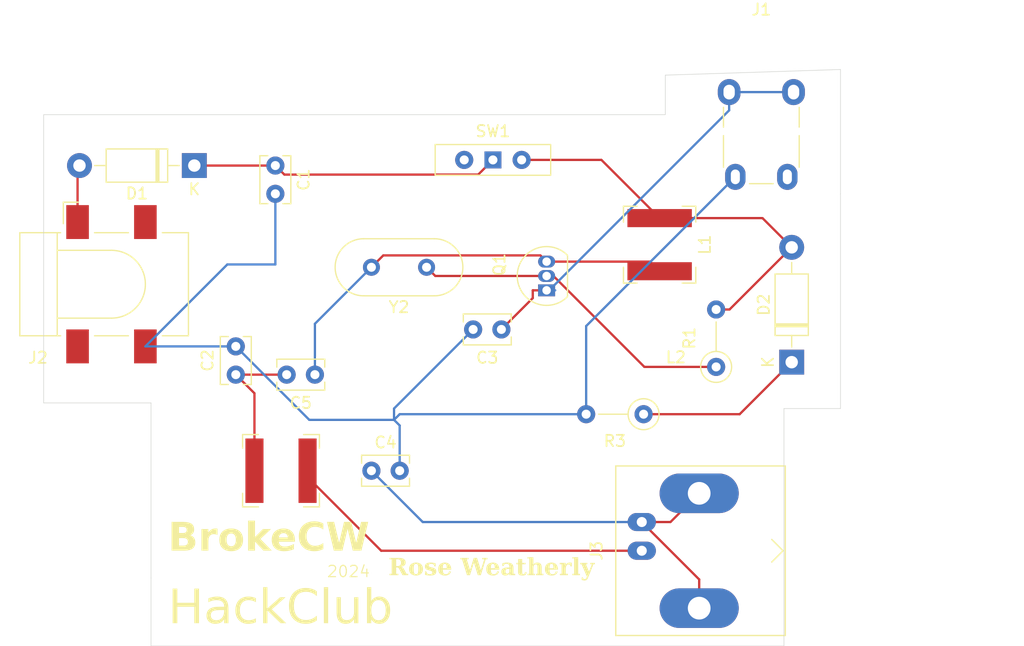
<source format=kicad_pcb>
(kicad_pcb (version 20240108) (generator "pcbnew") (generator_version "8.0")
  (layers (0 "F.Cu" signal) (31 "B.Cu" signal) (34 "B.Paste" user) (35 "F.Paste" user) (36 "B.SilkS" user "B.Silkscreen") (37 "F.SilkS" user "F.Silkscreen") (38 "B.Mask" user) (39 "F.Mask" user) (44 "Edge.Cuts" user))
  (net 0 "")
  (net 1 "Net-(D1-K)")
  (net 2 "Net-(C2-Pad1)")
  (net 3 "Net-(Q1-E)")
  (net 4 "Net-(J3-Ext)")
  (net 5 "Net-(Q1-C)")
  (net 6 "Net-(D1-A)")
  (net 7 "Net-(D2-A)")
  (net 8 "Net-(D2-K)")
  (net 9 "Net-(Q1-B)")
  (net 11 "Net-(J3-In)")
  (net 12 "Net-(C1-Pad2)")
  (footprint "Resistor_THT:R_Axial_DIN0207_L6.3mm_D2.5mm_P5.08mm_Vertical" (layer "F.Cu") (at 169 75.815 90)
    (property "Reference" "R1" (at 2.54 -2.37 90) (layer "F.SilkS"))
    (property "Value" "R")
    (fp_line (start 1.37 0) (end 3.98 0) (stroke (width 0.12)) (layer "F.SilkS"))
    (fp_circle (center 0 0) (end 1.37 0) (stroke (width 0.12)) (fill none) (layer "F.SilkS"))
    (pad "1" thru_hole circle (at 0 0 90) (size 1.6 1.6) (drill 0.8) (layers "*.Cu" "*.Mask") (net 9 "Net-(Q1-B)"))
    (pad "2" thru_hole oval (at 5.08 0 90) (size 1.6 1.6) (drill 0.8) (layers "*.Cu" "*.Mask") (net 7 "Net-(D2-A)"))
  )
  (footprint "Capacitor_THT:C_Rect_L4.0mm_W2.5mm_P2.50mm" (layer "F.Cu") (at 130 58 -90)
    (property "Reference" "C1" (at 1.25 -2.5 90) (layer "F.SilkS"))
    (property "Value" "C")
    (fp_line (start -0.87 1.37) (end 3.37 1.37) (stroke (width 0.12)) (layer "F.SilkS"))
    (fp_line (start -0.87 0.665) (end -0.87 1.37) (stroke (width 0.12)) (layer "F.SilkS"))
    (fp_line (start 3.37 0.665) (end 3.37 1.37) (stroke (width 0.12)) (layer "F.SilkS"))
    (fp_line (start -0.87 -1.37) (end -0.87 -0.665) (stroke (width 0.12)) (layer "F.SilkS"))
    (fp_line (start -0.87 -1.37) (end 3.37 -1.37) (stroke (width 0.12)) (layer "F.SilkS"))
    (fp_line (start 3.37 -1.37) (end 3.37 -0.665) (stroke (width 0.12)) (layer "F.SilkS"))
    (pad "1" thru_hole circle (at 0 0 270) (size 1.6 1.6) (drill 0.8) (layers "*.Cu" "*.Mask") (net 1 "Net-(D1-K)"))
    (pad "2" thru_hole circle (at 2.5 0 270) (size 1.6 1.6) (drill 0.8) (layers "*.Cu" "*.Mask") (net 12 "Net-(C1-Pad2)"))
  )
  (footprint "Capacitor_THT:C_Rect_L4.0mm_W2.5mm_P2.50mm" (layer "F.Cu") (at 133.5 76.5 180)
    (property "Reference" "C5" (at 1.25 -2.5 0) (layer "F.SilkS"))
    (property "Value" "C")
    (fp_line (start 3.37 0.665) (end 3.37 1.37) (stroke (width 0.12)) (layer "F.SilkS"))
    (fp_line (start 3.37 -1.37) (end 3.37 -0.665) (stroke (width 0.12)) (layer "F.SilkS"))
    (fp_line (start -0.87 1.37) (end 3.37 1.37) (stroke (width 0.12)) (layer "F.SilkS"))
    (fp_line (start -0.87 0.665) (end -0.87 1.37) (stroke (width 0.12)) (layer "F.SilkS"))
    (fp_line (start -0.87 -1.37) (end 3.37 -1.37) (stroke (width 0.12)) (layer "F.SilkS"))
    (fp_line (start -0.87 -1.37) (end -0.87 -0.665) (stroke (width 0.12)) (layer "F.SilkS"))
    (pad "1" thru_hole circle (at 0 0 180) (size 1.6 1.6) (drill 0.8) (layers "*.Cu" "*.Mask") (net 5 "Net-(Q1-C)"))
    (pad "2" thru_hole circle (at 2.5 0 180) (size 1.6 1.6) (drill 0.8) (layers "*.Cu" "*.Mask") (net 2 "Net-(C2-Pad1)"))
  )
  (footprint "Diode_THT:D_DO-41_SOD81_P10.16mm_Horizontal" (layer "F.Cu") (at 175.685 75.395 90)
    (property "Reference" "D2" (at 5.08 -2.47 90) (layer "F.SilkS"))
    (property "Value" "1N4001")
    (fp_line (start 7.8 -1.47) (end 2.36 -1.47) (stroke (width 0.12)) (layer "F.SilkS"))
    (fp_line (start 3.38 -1.47) (end 3.38 1.47) (stroke (width 0.12)) (layer "F.SilkS"))
    (fp_line (start 3.26 -1.47) (end 3.26 1.47) (stroke (width 0.12)) (layer "F.SilkS"))
    (fp_line (start 3.14 -1.47) (end 3.14 1.47) (stroke (width 0.12)) (layer "F.SilkS"))
    (fp_line (start 2.36 -1.47) (end 2.36 1.47) (stroke (width 0.12)) (layer "F.SilkS"))
    (fp_line (start 8.82 0) (end 7.8 0) (stroke (width 0.12)) (layer "F.SilkS"))
    (fp_line (start 1.34 0) (end 2.36 0) (stroke (width 0.12)) (layer "F.SilkS"))
    (fp_line (start 7.8 1.47) (end 7.8 -1.47) (stroke (width 0.12)) (layer "F.SilkS"))
    (fp_line (start 2.36 1.47) (end 7.8 1.47) (stroke (width 0.12)) (layer "F.SilkS"))
    (fp_text user "K" (at 0 -2.1 90) (layer "F.SilkS"))
    (pad "1" thru_hole rect (at 0 0 90) (size 2.2 2.2) (drill 1.1) (layers "*.Cu" "*.Mask") (net 8 "Net-(D2-K)"))
    (pad "2" thru_hole oval (at 10.16 0 90) (size 2.2 2.2) (drill 1.1) (layers "*.Cu" "*.Mask") (net 7 "Net-(D2-A)"))
  )
  (footprint "Connector_Audio:Jack_3.5mm_Lumberg_1503_07_Horizontal" (layer "F.Cu") (at 170.15 51.5)
    (property "Reference" "J1" (at 2.85 -7.3 0) (layer "F.SilkS"))
    (property "Value" "AudioJack2_SwitchT")
    (fp_line (start -0.5 1.35) (end -0.5 3.1) (stroke (width 0.12)) (layer "F.SilkS"))
    (fp_line (start -0.5 3.85) (end -0.5 6.65) (stroke (width 0.12)) (layer "F.SilkS"))
    (fp_line (start 1.8 8.1) (end 3.9 8.1) (stroke (width 0.12)) (layer "F.SilkS"))
    (fp_line (start 6.2 1.35) (end 6.2 3.1) (stroke (width 0.12)) (layer "F.SilkS"))
    (fp_line (start 6.2 3.85) (end 6.2 6.65) (stroke (width 0.12)) (layer "F.SilkS"))
    (pad "" np_thru_hole circle (at 0.35 3.5) (size 1.1 1.1) (drill 1.1) (layers "F&B.Cu" "*.Mask"))
    (pad "" np_thru_hole circle (at 5.35 3.5) (size 1.1 1.1) (drill 1.1) (layers "F&B.Cu" "*.Mask"))
    (pad "R" thru_hole oval (at 5.15 7.5) (size 1.8 2.3) (drill oval 0.8 1.3) (layers "*.Cu" "*.Mask"))
    (pad "S" thru_hole oval (at 0.55 7.5) (size 1.8 2.3) (drill oval 0.8 1.3) (layers "*.Cu" "*.Mask") (net 12 "Net-(C1-Pad2)"))
    (pad "T" thru_hole oval (at 0 0) (size 2 2.3) (drill oval 1 1.3) (layers "*.Cu" "*.Mask") (net 3 "Net-(Q1-E)"))
    (pad "T" thru_hole oval (at 5.7 0) (size 2 2.3) (drill oval 1 1.3) (layers "*.Cu" "*.Mask") (net 3 "Net-(Q1-E)"))
  )
  (footprint "Package_TO_SOT_THT:TO-92_Inline" (layer "F.Cu") (at 154 69.04 90)
    (property "Reference" "Q1" (at 2.27 -4.18 90) (layer "F.SilkS"))
    (property "Value" "2N3906")
    (fp_line (start -0.53 1.85) (end 3.07 1.85) (stroke (width 0.12)) (layer "F.SilkS"))
    (fp_arc (start 1.27 -2.6) (mid 3.672087 -0.994977) (end 3.108478 1.838478) (stroke (width 0.12)) (layer "F.SilkS"))
    (fp_arc (start -0.568478 1.838478) (mid -1.132087 -0.994977) (end 1.27 -2.6) (stroke (width 0.12)) (layer "F.SilkS"))
    (pad "1" thru_hole rect (at 0 0 90) (size 1.05 1.5) (drill 0.75) (layers "*.Cu" "*.Mask") (net 3 "Net-(Q1-E)"))
    (pad "2" thru_hole oval (at 1.27 0 90) (size 1.05 1.5) (drill 0.75) (layers "*.Cu" "*.Mask") (net 9 "Net-(Q1-B)"))
    (pad "3" thru_hole oval (at 2.54 0 90) (size 1.05 1.5) (drill 0.75) (layers "*.Cu" "*.Mask") (net 5 "Net-(Q1-C)"))
  )
  (footprint "Diode_THT:D_DO-41_SOD81_P10.16mm_Horizontal" (layer "F.Cu") (at 122.83 58 180)
    (property "Reference" "D1" (at 5.08 -2.47 0) (layer "F.SilkS"))
    (property "Value" "1N4001")
    (fp_line (start 8.82 0) (end 7.8 0) (stroke (width 0.12)) (layer "F.SilkS"))
    (fp_line (start 7.8 1.47) (end 7.8 -1.47) (stroke (width 0.12)) (layer "F.SilkS"))
    (fp_line (start 7.8 -1.47) (end 2.36 -1.47) (stroke (width 0.12)) (layer "F.SilkS"))
    (fp_line (start 3.38 -1.47) (end 3.38 1.47) (stroke (width 0.12)) (layer "F.SilkS"))
    (fp_line (start 3.26 -1.47) (end 3.26 1.47) (stroke (width 0.12)) (layer "F.SilkS"))
    (fp_line (start 3.14 -1.47) (end 3.14 1.47) (stroke (width 0.12)) (layer "F.SilkS"))
    (fp_line (start 2.36 1.47) (end 7.8 1.47) (stroke (width 0.12)) (layer "F.SilkS"))
    (fp_line (start 2.36 -1.47) (end 2.36 1.47) (stroke (width 0.12)) (layer "F.SilkS"))
    (fp_line (start 1.34 0) (end 2.36 0) (stroke (width 0.12)) (layer "F.SilkS"))
    (fp_text user "K" (at 0 -2.1 0) (layer "F.SilkS"))
    (pad "1" thru_hole rect (at 0 0 180) (size 2.2 2.2) (drill 1.1) (layers "*.Cu" "*.Mask") (net 1 "Net-(D1-K)"))
    (pad "2" thru_hole oval (at 10.16 0 180) (size 2.2 2.2) (drill 1.1) (layers "*.Cu" "*.Mask") (net 6 "Net-(D1-A)"))
  )
  (footprint "Connector_BarrelJack:BarrelJack_CLIFF_FC681465S_SMT_Horizontal" (layer "F.Cu") (at 115.5 68.5)
    (property "Reference" "J2" (at -6.5 6.5 180) (layer "F.SilkS"))
    (property "Value" "Barrel_Jack_MountingPin")
    (fp_line (start -8.11 -4.56) (end -4.5 -4.56) (stroke (width 0.12)) (layer "F.SilkS"))
    (fp_line (start -8.11 4.56) (end -8.11 -4.56) (stroke (width 0.12)) (layer "F.SilkS"))
    (fp_line (start -8.11 4.56) (end -4.5 4.56) (stroke (width 0.12)) (layer "F.SilkS"))
    (fp_line (start -4.8 -3) (end 0 -3) (stroke (width 0.12)) (layer "F.SilkS"))
    (fp_line (start -4.8 3) (end 0 3) (stroke (width 0.12)) (layer "F.SilkS"))
    (fp_line (start -4.8 4.56) (end -4.8 -4.56) (stroke (width 0.12)) (layer "F.SilkS"))
    (fp_line (start -4.26 -7.26) (end -4.26 -5.36) (stroke (width 0.12)) (layer "F.SilkS"))
    (fp_line (start -2.92 -7.26) (end -4.26 -7.26) (stroke (width 0.12)) (layer "F.SilkS"))
    (fp_line (start -1.5 -4.56) (end 1.5 -4.56) (stroke (width 0.12)) (layer "F.SilkS"))
    (fp_line (start -1.5 4.56) (end 1.5 4.56) (stroke (width 0.12)) (layer "F.SilkS"))
    (fp_line (start 4.5 -4.56) (end 6.81 -4.56) (stroke (width 0.12)) (layer "F.SilkS"))
    (fp_line (start 4.5 4.56) (end 6.81 4.56) (stroke (width 0.12)) (layer "F.SilkS"))
    (fp_line (start 6.81 4.56) (end 6.81 -4.56) (stroke (width 0.12)) (layer "F.SilkS"))
    (fp_arc (start 0 -3) (mid 3 0) (end 0 3) (stroke (width 0.12)) (layer "F.SilkS"))
    (pad "" np_thru_hole oval (at -2.9 0 90) (size 2 1.5) (drill oval 2 1.5) (layers "*.Cu" "*.Mask"))
    (pad "" np_thru_hole circle (at 1.5 0 90) (size 2 2) (drill 2) (layers "*.Cu" "*.Mask"))
    (pad "1" smd rect (at -3 -5.5 90) (size 3 2) (layers "F.Cu" "F.Paste" "F.Mask") (net 6 "Net-(D1-A)"))
    (pad "1" smd rect (at 3 -5.5 90) (size 3 2) (layers "F.Cu" "F.Paste" "F.Mask") (net 6 "Net-(D1-A)"))
    (pad "2" smd rect (at 3 5.5 90) (size 3 2) (layers "F.Cu" "F.Paste" "F.Mask") (net 12 "Net-(C1-Pad2)"))
    (pad "3" smd rect (at -3 5.5 90) (size 3 2) (layers "F.Cu" "F.Paste" "F.Mask"))
  )
  (footprint "Crystal:Crystal_HC49-U_Vertical" (layer "F.Cu") (at 143.38 67 180)
    (property "Reference" "Y2" (at 2.44 -3.525 0) (layer "F.SilkS"))
    (property "Value" "Crystal")
    (fp_line (start -0.685 2.525) (end 5.565 2.525) (stroke (width 0.12)) (layer "F.SilkS"))
    (fp_line (start -0.685 -2.525) (end 5.565 -2.525) (stroke (width 0.12)) (layer "F.SilkS"))
    (fp_arc (start 5.565 -2.525) (mid 8.09 0) (end 5.565 2.525) (stroke (width 0.12)) (layer "F.SilkS"))
    (fp_arc (start -0.685 2.525) (mid -3.21 0) (end -0.685 -2.525) (stroke (width 0.12)) (layer "F.SilkS"))
    (pad "1" thru_hole circle (at 0 0 180) (size 1.5 1.5) (drill 0.8) (layers "*.Cu" "*.Mask") (net 9 "Net-(Q1-B)"))
    (pad "2" thru_hole circle (at 4.88 0 180) (size 1.5 1.5) (drill 0.8) (layers "*.Cu" "*.Mask") (net 5 "Net-(Q1-C)"))
  )
  (footprint "Inductor_SMD:L_Bourns-SRN6028" (layer "F.Cu") (at 130.5 85)
    (property "Reference" "L2" (at 34.935 -10.035 0) (layer "F.SilkS"))
    (property "Value" "L")
    (fp_line (start -3.4 -3.2) (end -3.4 -2) (stroke (width 0.12)) (layer "F.SilkS"))
    (fp_line (start -3.4 -3.2) (end -2 -3.2) (stroke (width 0.12)) (layer "F.SilkS"))
    (fp_line (start -3.4 3.2) (end -3.4 2) (stroke (width 0.12)) (layer "F.SilkS"))
    (fp_line (start -3.4 3.2) (end -2 3.2) (stroke (width 0.12)) (layer "F.SilkS"))
    (fp_line (start 3.4 -3.2) (end 2 -3.2) (stroke (width 0.12)) (layer "F.SilkS"))
    (fp_line (start 3.4 -3.2) (end 3.4 -2) (stroke (width 0.12)) (layer "F.SilkS"))
    (fp_line (start 3.4 3.2) (end 2 3.2) (stroke (width 0.12)) (layer "F.SilkS"))
    (fp_line (start 3.4 3.2) (end 3.4 2) (stroke (width 0.12)) (layer "F.SilkS"))
    (pad "1" smd rect (at -2.35 0) (size 1.6 5.7) (layers "F.Cu" "F.Paste" "F.Mask") (net 2 "Net-(C2-Pad1)"))
    (pad "2" smd rect (at 2.35 0) (size 1.6 5.7) (layers "F.Cu" "F.Paste" "F.Mask") (net 11 "Net-(J3-In)"))
  )
  (footprint "Capacitor_THT:C_Rect_L4.0mm_W2.5mm_P2.50mm" (layer "F.Cu") (at 138.5 85)
    (property "Reference" "C4" (at 1.25 -2.5 0) (layer "F.SilkS"))
    (property "Value" "C")
    (fp_line (start -0.87 -1.37) (end -0.87 -0.665) (stroke (width 0.12)) (layer "F.SilkS"))
    (fp_line (start -0.87 -1.37) (end 3.37 -1.37) (stroke (width 0.12)) (layer "F.SilkS"))
    (fp_line (start -0.87 0.665) (end -0.87 1.37) (stroke (width 0.12)) (layer "F.SilkS"))
    (fp_line (start -0.87 1.37) (end 3.37 1.37) (stroke (width 0.12)) (layer "F.SilkS"))
    (fp_line (start 3.37 -1.37) (end 3.37 -0.665) (stroke (width 0.12)) (layer "F.SilkS"))
    (fp_line (start 3.37 0.665) (end 3.37 1.37) (stroke (width 0.12)) (layer "F.SilkS"))
    (pad "1" thru_hole circle (at 0 0) (size 1.6 1.6) (drill 0.8) (layers "*.Cu" "*.Mask") (net 4 "Net-(J3-Ext)"))
    (pad "2" thru_hole circle (at 2.5 0) (size 1.6 1.6) (drill 0.8) (layers "*.Cu" "*.Mask") (net 12 "Net-(C1-Pad2)"))
  )
  (footprint "Button_Switch_THT:SW_Slide-03_Wuerth-WS-SLTV_10x2.5x6.4_P2.54mm" (layer "F.Cu") (at 149.25 57.5)
    (property "Reference" "SW1" (at 0 -2.54 0) (layer "F.SilkS"))
    (property "Value" "SW_Wuerth_450301014042")
    (fp_rect (start -5.11 -1.36) (end 5.11 1.36) (stroke (width 0.12)) (fill none) (layer "F.SilkS"))
    (pad "1" thru_hole rect (at 0 0) (size 1.5 1.5) (drill 0.8) (layers "*.Cu" "*.Mask") (net 1 "Net-(D1-K)"))
    (pad "2" thru_hole circle (at -2.54 0) (size 1.6 1.6) (drill 0.8) (layers "*.Cu" "*.Mask"))
    (pad "3" thru_hole circle (at 2.54 0) (size 1.6 1.6) (drill 0.8) (layers "*.Cu" "*.Mask") (net 7 "Net-(D2-A)"))
  )
  (footprint "Connector_Coaxial:BNC_Amphenol_B6252HB-NPP3G-50_Horizontal" (layer "F.Cu") (at 162.42 92.08 -90)
    (property "Reference" "J3" (at 0 4 90) (layer "F.SilkS"))
    (property "Value" "Conn_Coaxial")
    (fp_line (start -7.5 2.3) (end -7.5 -12.7) (stroke (width 0.12)) (layer "F.SilkS"))
    (fp_line (start 7.5 2.3) (end -7.5 2.3) (stroke (width 0.12)) (layer "F.SilkS"))
    (fp_line (start 0 -12.5) (end -1 -11.5) (stroke (width 0.12)) (layer "F.SilkS"))
    (fp_line (start 0 -12.5) (end 1 -11.5) (stroke (width 0.12)) (layer "F.SilkS"))
    (fp_line (start -7.5 -12.7) (end 7.5 -12.7) (stroke (width 0.12)) (layer "F.SilkS"))
    (fp_line (start 7.5 -12.7) (end 7.5 2.3) (stroke (width 0.12)) (layer "F.SilkS"))
    (pad "1" thru_hole oval (at 0 0 270) (size 1.6 2.5) (drill 0.89) (layers "*.Cu" "*.Mask") (net 11 "Net-(J3-In)"))
    (pad "2" thru_hole oval (at -5.08 -5.08 270) (size 3.5 7) (drill 2.01) (layers "*.Cu" "*.Mask") (net 4 "Net-(J3-Ext)"))
    (pad "2" thru_hole oval (at -2.54 0 270) (size 1.6 2.5) (drill 0.89) (layers "*.Cu" "*.Mask") (net 4 "Net-(J3-Ext)"))
    (pad "2" thru_hole oval (at 5.08 -5.08 270) (size 3.5 7) (drill 2.01) (layers "*.Cu" "*.Mask") (net 4 "Net-(J3-Ext)"))
  )
  (footprint "Capacitor_THT:C_Rect_L4.0mm_W2.5mm_P2.50mm" (layer "F.Cu") (at 150 72.5 180)
    (property "Reference" "C3" (at 1.25 -2.5 360) (layer "F.SilkS"))
    (property "Value" "C")
    (fp_line (start 3.37 0.665) (end 3.37 1.37) (stroke (width 0.12)) (layer "F.SilkS"))
    (fp_line (start 3.37 -1.37) (end 3.37 -0.665) (stroke (width 0.12)) (layer "F.SilkS"))
    (fp_line (start -0.87 1.37) (end 3.37 1.37) (stroke (width 0.12)) (layer "F.SilkS"))
    (fp_line (start -0.87 0.665) (end -0.87 1.37) (stroke (width 0.12)) (layer "F.SilkS"))
    (fp_line (start -0.87 -1.37) (end 3.37 -1.37) (stroke (width 0.12)) (layer "F.SilkS"))
    (fp_line (start -0.87 -1.37) (end -0.87 -0.665) (stroke (width 0.12)) (layer "F.SilkS"))
    (pad "1" thru_hole circle (at 0 0 180) (size 1.6 1.6) (drill 0.8) (layers "*.Cu" "*.Mask") (net 3 "Net-(Q1-E)"))
    (pad "2" thru_hole circle (at 2.5 0 180) (size 1.6 1.6) (drill 0.8) (layers "*.Cu" "*.Mask") (net 12 "Net-(C1-Pad2)"))
  )
  (footprint "Capacitor_THT:C_Rect_L4.0mm_W2.5mm_P2.50mm" (layer "F.Cu") (at 126.5 76.5 90)
    (property "Reference" "C2" (at 1.25 -2.5 90) (layer "F.SilkS"))
    (property "Value" "C")
    (fp_line (start 3.37 -1.37) (end 3.37 -0.665) (stroke (width 0.12)) (layer "F.SilkS"))
    (fp_line (start -0.87 -1.37) (end 3.37 -1.37) (stroke (width 0.12)) (layer "F.SilkS"))
    (fp_line (start -0.87 -1.37) (end -0.87 -0.665) (stroke (width 0.12)) (layer "F.SilkS"))
    (fp_line (start 3.37 0.665) (end 3.37 1.37) (stroke (width 0.12)) (layer "F.SilkS"))
    (fp_line (start -0.87 0.665) (end -0.87 1.37) (stroke (width 0.12)) (layer "F.SilkS"))
    (fp_line (start -0.87 1.37) (end 3.37 1.37) (stroke (width 0.12)) (layer "F.SilkS"))
    (pad "1" thru_hole circle (at 0 0 90) (size 1.6 1.6) (drill 0.8) (layers "*.Cu" "*.Mask") (net 2 "Net-(C2-Pad1)"))
    (pad "2" thru_hole circle (at 2.5 0 90) (size 1.6 1.6) (drill 0.8) (layers "*.Cu" "*.Mask") (net 12 "Net-(C1-Pad2)"))
  )
  (footprint "Resistor_THT:R_Axial_DIN0207_L6.3mm_D2.5mm_P5.08mm_Vertical" (layer "F.Cu") (at 162.58 80 180)
    (property "Reference" "R3" (at 2.54 -2.37 0) (layer "F.SilkS"))
    (property "Value" "R")
    (fp_line (start 1.37 0) (end 3.98 0) (stroke (width 0.12)) (layer "F.SilkS"))
    (fp_circle (center 0 0) (end 1.37 0) (stroke (width 0.12)) (fill none) (layer "F.SilkS"))
    (pad "1" thru_hole circle (at 0 0 180) (size 1.6 1.6) (drill 0.8) (layers "*.Cu" "*.Mask") (net 8 "Net-(D2-K)"))
    (pad "2" thru_hole oval (at 5.08 0 180) (size 1.6 1.6) (drill 0.8) (layers "*.Cu" "*.Mask") (net 12 "Net-(C1-Pad2)"))
  )
  (footprint "Inductor_SMD:L_Bourns-SRN6028" (layer "F.Cu") (at 164 65 90)
    (property "Reference" "L1" (at 0 4 90) (layer "F.SilkS"))
    (property "Value" "L")
    (fp_line (start 3.4 -3.2) (end 2 -3.2) (stroke (width 0.12)) (layer "F.SilkS"))
    (fp_line (start 3.4 -3.2) (end 3.4 -2) (stroke (width 0.12)) (layer "F.SilkS"))
    (fp_line (start -3.4 -3.2) (end -2 -3.2) (stroke (width 0.12)) (layer "F.SilkS"))
    (fp_line (start -3.4 -3.2) (end -3.4 -2) (stroke (width 0.12)) (layer "F.SilkS"))
    (fp_line (start 3.4 3.2) (end 3.4 2) (stroke (width 0.12)) (layer "F.SilkS"))
    (fp_line (start 3.4 3.2) (end 2 3.2) (stroke (width 0.12)) (layer "F.SilkS"))
    (fp_line (start -3.4 3.2) (end -3.4 2) (stroke (width 0.12)) (layer "F.SilkS"))
    (fp_line (start -3.4 3.2) (end -2 3.2) (stroke (width 0.12)) (layer "F.SilkS"))
    (pad "1" smd rect (at -2.35 0 90) (size 1.6 5.7) (layers "F.Cu" "F.Paste" "F.Mask") (net 5 "Net-(Q1-C)"))
    (pad "2" smd rect (at 2.35 0 90) (size 1.6 5.7) (layers "F.Cu" "F.Paste" "F.Mask") (net 7 "Net-(D2-A)"))
  )
  (gr_line (start 119 94.5) (end 119 100.5) (stroke (width 0.05)) (layer "Edge.Cuts"))
  (gr_line (start 175 79.5) (end 180 79.5) (stroke (width 0.05)) (layer "Edge.Cuts"))
  (gr_line (start 109.5 54.5) (end 109.5 79) (stroke (width 0.05)) (layer "Edge.Cuts"))
  (gr_line (start 109.5 53.5) (end 109.5 54.5) (stroke (width 0.05)) (layer "Edge.Cuts"))
  (gr_line (start 119 100.5) (end 175 100.5) (stroke (width 0.05)) (layer "Edge.Cuts"))
  (gr_line (start 109.5 79) (end 119 79) (stroke (width 0.05)) (layer "Edge.Cuts"))
  (gr_line (start 164.5 53.5) (end 164.5 50) (stroke (width 0.05)) (layer "Edge.Cuts"))
  (gr_line (start 175 100.5) (end 175 79.5) (stroke (width 0.05)) (layer "Edge.Cuts"))
  (gr_line (start 119 79) (end 119 94.5) (stroke (width 0.05)) (layer "Edge.Cuts"))
  (gr_line (start 180 79.5) (end 180 60.5) (stroke (width 0.05)) (layer "Edge.Cuts"))
  (gr_line (start 164.5 53.5) (end 109.5 53.5) (stroke (width 0.05)) (layer "Edge.Cuts"))
  (gr_line (start 180 60.5) (end 180 49.5) (stroke (width 0.05)) (layer "Edge.Cuts"))
  (gr_line (start 180 49.5) (end 164.5 50) (stroke (width 0.05)) (layer "Edge.Cuts"))
  (gr_text "HackClub" (at 120.5 99 0) (layer "F.SilkS") (effects (font (size 3 3) (thickness 0.1)) (justify left bottom)))
  (gr_text "Rose Weatherly" (at 140 94.5 0) (layer "F.SilkS") (effects (font (size 1.5 1.5) (thickness 0.3) (bold yes)) (justify left bottom)))
  (gr_text "BrokeCW" (at 120.5 92.5 0) (layer "F.SilkS") (effects (font (size 2.5 2.5) (thickness 0.3) (bold yes)) (justify left bottom)))
  (gr_text "2024" (at 134.5 94.5 0) (layer "F.SilkS") (effects (font (size 1 1) (thickness 0.1)) (justify left bottom)))
  (segment (start 130 58) (end 130.799999 58.799999) (width 0.2) (layer "F.Cu") (net 1))
  (segment (start 122.83 58) (end 130 58) (width 0.2) (layer "F.Cu") (net 1))
  (segment (start 147.950001 58.799999) (end 149.25 57.5) (width 0.2) (layer "F.Cu") (net 1))
  (segment (start 130.799999 58.799999) (end 147.950001 58.799999) (width 0.2) (layer "F.Cu") (net 1))
  (segment (start 126.5 76.5) (end 131 76.5) (width 0.2) (layer "F.Cu") (net 2))
  (segment (start 128.15 85) (end 128.15 78.15) (width 0.2) (layer "F.Cu") (net 2))
  (segment (start 128.15 78.15) (end 126.5 76.5) (width 0.2) (layer "F.Cu") (net 2))
  (segment (start 152.775256 69.724744) (end 150 72.5) (width 0.2) (layer "F.Cu") (net 3))
  (segment (start 152.775256 69.04) (end 152.775256 69.724744) (width 0.2) (layer "F.Cu") (net 3))
  (segment (start 154 69.04) (end 152.775256 69.04) (width 0.2) (layer "F.Cu") (net 3))
  (segment (start 175.85 51.5) (end 170.15 51.5) (width 0.2) (layer "B.Cu") (net 3))
  (segment (start 154 69.04) (end 154.225 69.04) (width 0.2) (layer "B.Cu") (net 3))
  (segment (start 170.15 53.115) (end 170.15 51.5) (width 0.2) (layer "B.Cu") (net 3))
  (segment (start 154.225 69.04) (end 170.15 53.115) (width 0.2) (layer "B.Cu") (net 3))
  (segment (start 154.76 69.04) (end 154 69.04) (width 0.2) (layer "B.Cu") (net 3))
  (segment (start 153.775 69.04) (end 154 69.04) (width 0.2) (layer "B.Cu") (net 3))
  (segment (start 167.5 94.62) (end 167.5 97.16) (width 0.2) (layer "F.Cu") (net 4))
  (segment (start 162.42 89.54) (end 164.96 89.54) (width 0.2) (layer "F.Cu") (net 4))
  (segment (start 162.42 89.54) (end 167.5 94.62) (width 0.2) (layer "F.Cu") (net 4))
  (segment (start 164.96 89.54) (end 167.5 87) (width 0.2) (layer "F.Cu") (net 4))
  (segment (start 143.04 89.54) (end 162.42 89.54) (width 0.2) (layer "B.Cu") (net 4))
  (segment (start 138.5 85) (end 143.04 89.54) (width 0.2) (layer "B.Cu") (net 4))
  (segment (start 154 66.5) (end 163.15 66.5) (width 0.2) (layer "F.Cu") (net 5))
  (segment (start 139.55 65.95) (end 153.45 65.95) (width 0.2) (layer "F.Cu") (net 5))
  (segment (start 138.5 67) (end 139.55 65.95) (width 0.2) (layer "F.Cu") (net 5))
  (segment (start 163.15 66.5) (end 164 67.35) (width 0.2) (layer "F.Cu") (net 5))
  (segment (start 153.45 65.95) (end 154 66.5) (width 0.2) (layer "F.Cu") (net 5))
  (segment (start 133.5 72) (end 138.5 67) (width 0.2) (layer "B.Cu") (net 5))
  (segment (start 133.5 76.5) (end 133.5 72) (width 0.2) (layer "B.Cu") (net 5))
  (segment (start 112.5 63) (end 112.5 58.17) (width 0.2) (layer "F.Cu") (net 6))
  (segment (start 112.5 58.17) (end 112.67 58) (width 0.2) (layer "F.Cu") (net 6))
  (segment (start 173.1 62.65) (end 175.685 65.235) (width 0.2) (layer "F.Cu") (net 7))
  (segment (start 151.79 57.5) (end 158.85 57.5) (width 0.2) (layer "F.Cu") (net 7))
  (segment (start 170.185 70.735) (end 175.685 65.235) (width 0.2) (layer "F.Cu") (net 7))
  (segment (start 158.85 57.5) (end 164 62.65) (width 0.2) (layer "F.Cu") (net 7))
  (segment (start 164 62.65) (end 173.1 62.65) (width 0.2) (layer "F.Cu") (net 7))
  (segment (start 169 70.735) (end 170.185 70.735) (width 0.2) (layer "F.Cu") (net 7))
  (segment (start 171.08 80) (end 162.58 80) (width 0.2) (layer "F.Cu") (net 8))
  (segment (start 175.685 75.395) (end 171.08 80) (width 0.2) (layer "F.Cu") (net 8))
  (segment (start 162.65 75.815) (end 154.605 67.77) (width 0.2) (layer "F.Cu") (net 9))
  (segment (start 154.605 67.77) (end 154 67.77) (width 0.2) (layer "F.Cu") (net 9))
  (segment (start 144.15 67.77) (end 154 67.77) (width 0.2) (layer "F.Cu") (net 9))
  (segment (start 143.38 67) (end 144.15 67.77) (width 0.2) (layer "F.Cu") (net 9))
  (segment (start 169 75.815) (end 162.65 75.815) (width 0.2) (layer "F.Cu") (net 9))
  (segment (start 139.364315 92.08) (end 132.567157 85.282842) (width 0.2) (layer "F.Cu") (net 11))
  (segment (start 162.42 92.08) (end 139.364315 92.08) (width 0.2) (layer "F.Cu") (net 11))
  (segment (start 125.75 66.75) (end 118.5 74) (width 0.2) (layer "B.Cu") (net 12))
  (segment (start 130 66.75) (end 125.75 66.75) (width 0.2) (layer "B.Cu") (net 12))
  (segment (start 118.5 74) (end 126.5 74) (width 0.2) (layer "B.Cu") (net 12))
  (segment (start 141 80) (end 140.5 80.5) (width 0.2) (layer "B.Cu") (net 12))
  (segment (start 140.5 80.5) (end 141 81) (width 0.2) (layer "B.Cu") (net 12))
  (segment (start 126.5 74) (end 133 80.5) (width 0.2) (layer "B.Cu") (net 12))
  (segment (start 130 60.5) (end 130 66.75) (width 0.2) (layer "B.Cu") (net 12))
  (segment (start 140.5 79.5) (end 140.5 80.5) (width 0.2) (layer "B.Cu") (net 12))
  (segment (start 157.5 80) (end 157.5 72.2) (width 0.2) (layer "B.Cu") (net 12))
  (segment (start 157.5 80) (end 141 80) (width 0.2) (layer "B.Cu") (net 12))
  (segment (start 147.5 72.5) (end 140.5 79.5) (width 0.2) (layer "B.Cu") (net 12))
  (segment (start 157.5 72.2) (end 170.7 59) (width 0.2) (layer "B.Cu") (net 12))
  (segment (start 141 81) (end 141 85) (width 0.2) (layer "B.Cu") (net 12))
  (segment (start 140.5 80.5) (end 133 80.5) (width 0.2) (layer "B.Cu") (net 12))
)
</source>
